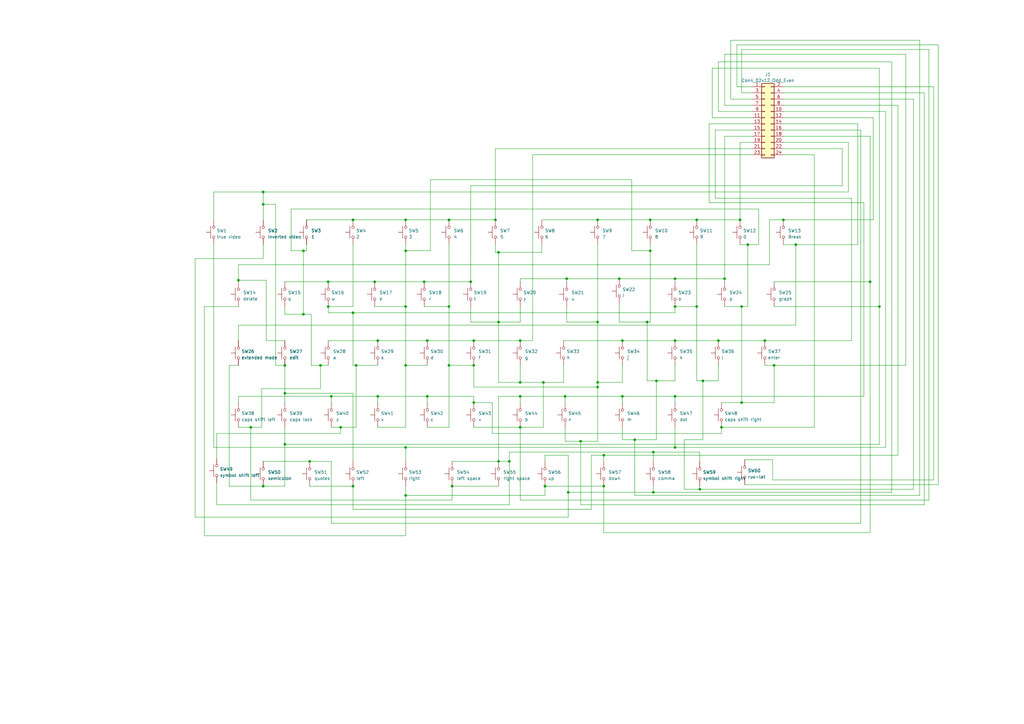
<source format=kicad_sch>
(kicad_sch (version 20230121) (generator eeschema)
  (paper "A3")
  (lib_symbols
    (symbol "Connector_Generic:Conn_02x12_Odd_Even" (pin_names (offset 1.016) hide)
      (property "Reference" "J" (at 1.27 15.24 0))
      (property "Value" "Conn_02x12_Odd_Even" (at 1.27 -17.78 0))
      (symbol "Conn_02x12_Odd_Even_1_1"
        (rectangle (start -1.27 -15.113) (end 0 -15.367) (stroke (width 0.1524)))
        (rectangle (start -1.27 -12.573) (end 0 -12.827) (stroke (width 0.1524)))
        (rectangle (start -1.27 -10.033) (end 0 -10.287) (stroke (width 0.1524)))
        (rectangle (start -1.27 -7.493) (end 0 -7.747) (stroke (width 0.1524)))
        (rectangle (start -1.27 -4.953) (end 0 -5.207) (stroke (width 0.1524)))
        (rectangle (start -1.27 -2.413) (end 0 -2.667) (stroke (width 0.1524)))
        (rectangle (start -1.27 0.127) (end 0 -0.127) (stroke (width 0.1524)))
        (rectangle (start -1.27 2.667) (end 0 2.413) (stroke (width 0.1524)))
        (rectangle (start -1.27 5.207) (end 0 4.953) (stroke (width 0.1524)))
        (rectangle (start -1.27 7.747) (end 0 7.493) (stroke (width 0.1524)))
        (rectangle (start -1.27 10.287) (end 0 10.033) (stroke (width 0.1524)))
        (rectangle (start -1.27 12.827) (end 0 12.573) (stroke (width 0.1524)))
        (rectangle (start -1.27 13.97) (end 3.81 -16.51) (stroke (width 0.254)) (fill (type background)))
        (rectangle (start 3.81 -15.113) (end 2.54 -15.367) (stroke (width 0.1524)))
        (rectangle (start 3.81 -12.573) (end 2.54 -12.827) (stroke (width 0.1524)))
        (rectangle (start 3.81 -10.033) (end 2.54 -10.287) (stroke (width 0.1524)))
        (rectangle (start 3.81 -7.493) (end 2.54 -7.747) (stroke (width 0.1524)))
        (rectangle (start 3.81 -4.953) (end 2.54 -5.207) (stroke (width 0.1524)))
        (rectangle (start 3.81 -2.413) (end 2.54 -2.667) (stroke (width 0.1524)))
        (rectangle (start 3.81 0.127) (end 2.54 -0.127) (stroke (width 0.1524)))
        (rectangle (start 3.81 2.667) (end 2.54 2.413) (stroke (width 0.1524)))
        (rectangle (start 3.81 5.207) (end 2.54 4.953) (stroke (width 0.1524)))
        (rectangle (start 3.81 7.747) (end 2.54 7.493) (stroke (width 0.1524)))
        (rectangle (start 3.81 10.287) (end 2.54 10.033) (stroke (width 0.1524)))
        (rectangle (start 3.81 12.827) (end 2.54 12.573) (stroke (width 0.1524)))
        (pin passive line (at -5.08 12.7 0) (length 3.81) (name "Pin_1") (number "1"))
        (pin passive line (at 7.62 2.54 180) (length 3.81) (name "Pin_10") (number "10"))
        (pin passive line (at -5.08 0 0) (length 3.81) (name "Pin_11") (number "11"))
        (pin passive line (at 7.62 0 180) (length 3.81) (name "Pin_12") (number "12"))
        (pin passive line (at -5.08 -2.54 0) (length 3.81) (name "Pin_13") (number "13"))
        (pin passive line (at 7.62 -2.54 180) (length 3.81) (name "Pin_14") (number "14"))
        (pin passive line (at -5.08 -5.08 0) (length 3.81) (name "Pin_15") (number "15"))
        (pin passive line (at 7.62 -5.08 180) (length 3.81) (name "Pin_16") (number "16"))
        (pin passive line (at -5.08 -7.62 0) (length 3.81) (name "Pin_17") (number "17"))
        (pin passive line (at 7.62 -7.62 180) (length 3.81) (name "Pin_18") (number "18"))
        (pin passive line (at -5.08 -10.16 0) (length 3.81) (name "Pin_19") (number "19"))
        (pin passive line (at 7.62 12.7 180) (length 3.81) (name "Pin_2") (number "2"))
        (pin passive line (at 7.62 -10.16 180) (length 3.81) (name "Pin_20") (number "20"))
        (pin passive line (at -5.08 -12.7 0) (length 3.81) (name "Pin_21") (number "21"))
        (pin passive line (at 7.62 -12.7 180) (length 3.81) (name "Pin_22") (number "22"))
        (pin passive line (at -5.08 -15.24 0) (length 3.81) (name "Pin_23") (number "23"))
        (pin passive line (at 7.62 -15.24 180) (length 3.81) (name "Pin_24") (number "24"))
        (pin passive line (at -5.08 10.16 0) (length 3.81) (name "Pin_3") (number "3"))
        (pin passive line (at 7.62 10.16 180) (length 3.81) (name "Pin_4") (number "4"))
        (pin passive line (at -5.08 7.62 0) (length 3.81) (name "Pin_5") (number "5"))
        (pin passive line (at 7.62 7.62 180) (length 3.81) (name "Pin_6") (number "6"))
        (pin passive line (at -5.08 5.08 0) (length 3.81) (name "Pin_7") (number "7"))
        (pin passive line (at 7.62 5.08 180) (length 3.81) (name "Pin_8") (number "8"))
        (pin passive line (at -5.08 2.54 0) (length 3.81) (name "Pin_9") (number "9"))
      )
    )
    (symbol "Switch:SW_Push" (pin_numbers hide) (pin_names (offset 1.016) hide)
      (property "Reference" "SW" (at 1.27 2.54 0))
      (property "Value" "SW_Push" (at 0 -1.524 0))
      (symbol "SW_Push_0_1"
        (circle (center -2.032 0) (radius 0.508))
        (polyline (pts (xy 0 1.27) (xy 0 3.048)))
        (polyline (pts (xy 2.54 1.27) (xy -2.54 1.27)))
        (circle (center 2.032 0) (radius 0.508))
        (pin passive line (at -5.08 0 0) (length 2.54) (name "1") (number "1"))
        (pin passive line (at 5.08 0 180) (length 2.54) (name "2") (number "2"))
      )
    )
  )
  (junction (at 175.26 162.56))
  (junction (at 285.75 125.73))
  (junction (at 276.86 114.3))
  (junction (at 260.35 180.34))
  (junction (at 153.67 115.57))
  (junction (at 124.46 128.905))
  (junction (at 166.37 183.515))
  (junction (at 203.2 90.17))
  (junction (at 267.97 201.93))
  (junction (at 146.05 149.86))
  (junction (at 204.47 103.505))
  (junction (at 276.86 183.515))
  (junction (at 245.11 158.75))
  (junction (at 255.27 162.56))
  (junction (at 134.62 115.57))
  (junction (at 213.36 162.56))
  (junction (at 173.99 115.57))
  (junction (at 288.29 156.21))
  (junction (at 306.705 100.33))
  (junction (at 184.15 149.86))
  (junction (at 204.47 132.08))
  (junction (at 269.24 156.21))
  (junction (at 304.165 125.73))
  (junction (at 204.47 189.23))
  (junction (at 184.15 125.73))
  (junction (at 127 189.23))
  (junction (at 360.68 125.73))
  (junction (at 245.11 156.845))
  (junction (at 116.84 149.86))
  (junction (at 222.885 156.845))
  (junction (at 276.86 139.7))
  (junction (at 321.31 90.17))
  (junction (at 194.31 139.7))
  (junction (at 166.37 149.86))
  (junction (at 166.37 90.17))
  (junction (at 247.65 186.69))
  (junction (at 317.5 149.86))
  (junction (at 213.36 139.7))
  (junction (at 233.045 201.93))
  (junction (at 175.26 139.7))
  (junction (at 208.915 189.23))
  (junction (at 166.37 102.87))
  (junction (at 295.91 175.26))
  (junction (at 303.53 90.17))
  (junction (at 255.27 139.7))
  (junction (at 231.775 162.56))
  (junction (at 213.36 175.26))
  (junction (at 245.11 132.08))
  (junction (at 102.87 175.26))
  (junction (at 107.95 83.82))
  (junction (at 276.86 162.56))
  (junction (at 131.445 149.86))
  (junction (at 313.69 139.7))
  (junction (at 144.78 128.27))
  (junction (at 304.165 165.1))
  (junction (at 297.18 114.3))
  (junction (at 238.125 180.975))
  (junction (at 116.84 182.245))
  (junction (at 267.97 185.42))
  (junction (at 97.79 114.935))
  (junction (at 287.02 200.66))
  (junction (at 265.43 132.08))
  (junction (at 194.31 165.1))
  (junction (at 232.41 114.3))
  (junction (at 107.95 199.39))
  (junction (at 144.78 90.17))
  (junction (at 254 114.3))
  (junction (at 276.86 125.73))
  (junction (at 154.94 162.56))
  (junction (at 166.37 203.2))
  (junction (at 194.31 149.86))
  (junction (at 107.95 78.74))
  (junction (at 135.89 162.56))
  (junction (at 193.04 115.57))
  (junction (at 223.52 199.39))
  (junction (at 166.37 125.73))
  (junction (at 245.11 90.17))
  (junction (at 326.39 100.33))
  (junction (at 124.46 102.87))
  (junction (at 144.78 199.39))
  (junction (at 294.64 139.7))
  (junction (at 184.15 90.17))
  (junction (at 285.75 90.17))
  (junction (at 154.94 139.7))
  (junction (at 266.7 90.17))
  (junction (at 247.65 199.39))
  (junction (at 134.62 125.73))
  (junction (at 139.7 175.26))
  (junction (at 116.84 161.29))
  (junction (at 266.7 102.87))
  (junction (at 356.87 115.57))
  (junction (at 185.42 199.39))
  (junction (at 213.36 156.845))
  (wire (pts (xy 109.22 139.7) (xy 109.22 114.935)))
  (wire (pts (xy 374.65 40.64) (xy 374.65 200.66)))
  (wire (pts (xy 356.87 218.44) (xy 247.65 218.44)))
  (wire (pts (xy 113.03 83.82) (xy 113.03 149.86)))
  (wire (pts (xy 154.94 139.7) (xy 175.26 139.7)))
  (wire (pts (xy 134.62 139.7) (xy 154.94 139.7)))
  (wire (pts (xy 127.635 128.905) (xy 127.635 149.86)))
  (wire (pts (xy 360.68 125.73) (xy 317.5 125.73)))
  (wire (pts (xy 194.31 162.56) (xy 194.31 165.1)))
  (wire (pts (xy 208.915 185.42) (xy 267.97 185.42)))
  (wire (pts (xy 154.94 149.86) (xy 146.05 149.86)))
  (wire (pts (xy 381 205.105) (xy 213.36 205.105)))
  (wire (pts (xy 351.79 100.33) (xy 326.39 100.33)))
  (wire (pts (xy 139.7 175.26) (xy 146.05 175.26)))
  (wire (pts (xy 334.01 63.5) (xy 334.01 175.26)))
  (wire (pts (xy 379.095 38.1) (xy 379.095 207.01)))
  (wire (pts (xy 166.37 149.86) (xy 166.37 125.73)))
  (wire (pts (xy 297.18 55.88) (xy 297.18 114.3)))
  (wire (pts (xy 382.905 196.85) (xy 382.905 35.56)))
  (wire (pts (xy 135.89 162.56) (xy 135.89 165.1)))
  (wire (pts (xy 173.99 115.57) (xy 193.04 115.57)))
  (wire (pts (xy 88.9 198.12) (xy 88.9 207.01)))
  (wire (pts (xy 326.39 133.35) (xy 97.79 133.35)))
  (wire (pts (xy 260.35 203.2) (xy 260.35 180.34)))
  (wire (pts (xy 295.91 175.26) (xy 295.91 177.8)))
  (wire (pts (xy 334.01 175.26) (xy 295.91 175.26)))
  (wire (pts (xy 107.95 83.82) (xy 107.95 90.17)))
  (wire (pts (xy 166.37 203.2) (xy 223.52 203.2)))
  (wire (pts (xy 97.79 114.935) (xy 97.79 115.57)))
  (wire (pts (xy 384.81 18.415) (xy 384.81 198.755)))
  (wire (pts (xy 287.02 185.42) (xy 287.02 189.23)))
  (wire (pts (xy 166.37 219.71) (xy 166.37 203.2)))
  (wire (pts (xy 255.27 139.7) (xy 276.86 139.7)))
  (wire (pts (xy 184.15 100.33) (xy 184.15 125.73)))
  (wire (pts (xy 119.38 102.87) (xy 124.46 102.87)))
  (wire (pts (xy 247.65 186.69) (xy 247.65 189.23)))
  (wire (pts (xy 201.93 165.1) (xy 194.31 165.1)))
  (wire (pts (xy 116.84 128.905) (xy 124.46 128.905)))
  (wire (pts (xy 308.61 35.56) (xy 302.26 35.56)))
  (wire (pts (xy 193.04 76.2) (xy 193.04 115.57)))
  (wire (pts (xy 308.61 48.26) (xy 292.1 48.26)))
  (wire (pts (xy 294.64 45.72) (xy 294.64 25.4)))
  (wire (pts (xy 316.865 196.85) (xy 382.905 196.85)))
  (wire (pts (xy 315.595 90.17) (xy 315.595 108.585)))
  (wire (pts (xy 358.14 48.26) (xy 358.14 90.17)))
  (wire (pts (xy 222.25 90.17) (xy 245.11 90.17)))
  (wire (pts (xy 144.78 90.17) (xy 166.37 90.17)))
  (wire (pts (xy 345.44 60.96) (xy 321.31 60.96)))
  (wire (pts (xy 321.31 55.88) (xy 356.87 55.88)))
  (wire (pts (xy 231.14 139.7) (xy 255.27 139.7)))
  (wire (pts (xy 113.03 149.86) (xy 116.84 149.86)))
  (wire (pts (xy 321.31 50.8) (xy 351.79 50.8)))
  (wire (pts (xy 232.41 114.3) (xy 254 114.3)))
  (wire (pts (xy 124.46 128.905) (xy 127.635 128.905)))
  (wire (pts (xy 166.37 100.33) (xy 166.37 102.87)))
  (wire (pts (xy 204.47 162.56) (xy 204.47 189.23)))
  (wire (pts (xy 317.5 165.1) (xy 317.5 149.86)))
  (wire (pts (xy 294.64 149.86) (xy 294.64 156.21)))
  (wire (pts (xy 135.89 175.26) (xy 139.7 175.26)))
  (wire (pts (xy 260.35 180.34) (xy 269.24 180.34)))
  (wire (pts (xy 213.36 175.26) (xy 222.885 175.26)))
  (wire (pts (xy 238.125 180.975) (xy 231.775 180.975)))
  (wire (pts (xy 321.31 90.17) (xy 315.595 90.17)))
  (wire (pts (xy 135.89 214.63) (xy 135.89 189.23)))
  (wire (pts (xy 102.87 175.26) (xy 102.87 205.105)))
  (wire (pts (xy 360.68 182.245) (xy 116.84 182.245)))
  (wire (pts (xy 166.37 102.87) (xy 176.53 102.87)))
  (wire (pts (xy 222.885 156.845) (xy 231.14 156.845)))
  (wire (pts (xy 154.94 162.56) (xy 175.26 162.56)))
  (wire (pts (xy 231.14 156.845) (xy 231.14 149.86)))
  (wire (pts (xy 218.44 63.5) (xy 218.44 139.7)))
  (wire (pts (xy 377.19 16.51) (xy 377.19 203.2)))
  (wire (pts (xy 308.61 53.34) (xy 293.37 53.34)))
  (wire (pts (xy 292.1 27.94) (xy 360.68 27.94)))
  (wire (pts (xy 311.15 85.725) (xy 119.38 85.725)))
  (wire (pts (xy 107.95 199.39) (xy 93.98 199.39)))
  (wire (pts (xy 356.87 115.57) (xy 356.87 218.44)))
  (wire (pts (xy 184.15 90.17) (xy 203.2 90.17)))
  (wire (pts (xy 218.44 139.7) (xy 213.36 139.7)))
  (wire (pts (xy 175.26 162.56) (xy 175.26 165.1)))
  (wire (pts (xy 124.46 102.87) (xy 124.46 128.905)))
  (wire (pts (xy 351.79 50.8) (xy 351.79 100.33)))
  (wire (pts (xy 245.11 180.975) (xy 245.11 158.75)))
  (wire (pts (xy 204.47 132.08) (xy 213.36 132.08)))
  (wire (pts (xy 116.84 161.29) (xy 144.78 161.29)))
  (wire (pts (xy 259.08 73.66) (xy 259.08 102.87)))
  (wire (pts (xy 245.11 156.845) (xy 255.27 156.845)))
  (wire (pts (xy 360.68 27.94) (xy 360.68 125.73)))
  (wire (pts (xy 166.37 125.73) (xy 153.67 125.73)))
  (wire (pts (xy 116.84 149.86) (xy 116.84 161.29)))
  (wire (pts (xy 267.97 201.93) (xy 267.97 199.39)))
  (wire (pts (xy 297.18 22.225) (xy 371.475 22.225)))
  (wire (pts (xy 254 114.3) (xy 276.86 114.3)))
  (wire (pts (xy 166.37 199.39) (xy 166.37 203.2)))
  (wire (pts (xy 379.095 207.01) (xy 238.125 207.01)))
  (wire (pts (xy 285.75 90.17) (xy 303.53 90.17)))
  (wire (pts (xy 245.11 90.17) (xy 266.7 90.17)))
  (wire (pts (xy 326.39 100.33) (xy 326.39 133.35)))
  (wire (pts (xy 276.86 114.3) (xy 297.18 114.3)))
  (wire (pts (xy 363.22 183.515) (xy 276.86 183.515)))
  (wire (pts (xy 321.31 53.34) (xy 353.06 53.34)))
  (wire (pts (xy 245.11 158.75) (xy 194.31 158.75)))
  (wire (pts (xy 204.47 103.505) (xy 222.25 103.505)))
  (wire (pts (xy 315.595 108.585) (xy 97.79 108.585)))
  (wire (pts (xy 321.31 40.64) (xy 374.65 40.64)))
  (wire (pts (xy 382.905 35.56) (xy 321.31 35.56)))
  (wire (pts (xy 127.635 149.86) (xy 131.445 149.86)))
  (wire (pts (xy 124.46 102.87) (xy 125.73 102.87)))
  (wire (pts (xy 280.67 200.66) (xy 280.67 180.34)))
  (wire (pts (xy 203.2 103.505) (xy 203.2 100.33)))
  (wire (pts (xy 166.37 183.515) (xy 87.63 183.515)))
  (wire (pts (xy 184.15 175.26) (xy 184.15 149.86)))
  (wire (pts (xy 107.95 83.82) (xy 113.03 83.82)))
  (wire (pts (xy 144.78 100.33) (xy 144.78 125.73)))
  (wire (pts (xy 295.91 165.1) (xy 304.165 165.1)))
  (wire (pts (xy 304.165 20.32) (xy 381 20.32)))
  (wire (pts (xy 83.82 125.73) (xy 83.82 219.71)))
  (wire (pts (xy 166.37 90.17) (xy 184.15 90.17)))
  (wire (pts (xy 223.52 186.69) (xy 233.045 186.69)))
  (wire (pts (xy 87.63 78.74) (xy 87.63 90.17)))
  (wire (pts (xy 134.62 115.57) (xy 153.67 115.57)))
  (wire (pts (xy 213.36 162.56) (xy 204.47 162.56)))
  (wire (pts (xy 358.14 90.17) (xy 321.31 90.17)))
  (wire (pts (xy 242.57 208.915) (xy 144.78 208.915)))
  (wire (pts (xy 371.475 22.225) (xy 371.475 149.86)))
  (wire (pts (xy 109.22 114.935) (xy 97.79 114.935)))
  (wire (pts (xy 316.865 188.595) (xy 316.865 196.85)))
  (wire (pts (xy 276.86 156.21) (xy 276.86 149.86)))
  (wire (pts (xy 276.86 125.73) (xy 276.86 128.27)))
  (wire (pts (xy 107.95 78.74) (xy 87.63 78.74)))
  (wire (pts (xy 232.41 115.57) (xy 232.41 114.3)))
  (wire (pts (xy 266.7 100.33) (xy 266.7 102.87)))
  (wire (pts (xy 173.99 115.57) (xy 153.67 115.57)))
  (wire (pts (xy 204.47 103.505) (xy 204.47 132.08)))
  (wire (pts (xy 345.44 60.96) (xy 345.44 76.2)))
  (wire (pts (xy 88.9 177.8) (xy 88.9 187.96)))
  (wire (pts (xy 276.86 162.56) (xy 276.86 165.1)))
  (wire (pts (xy 266.7 90.17) (xy 285.75 90.17)))
  (wire (pts (xy 374.65 200.66) (xy 287.02 200.66)))
  (wire (pts (xy 365.76 201.93) (xy 267.97 201.93)))
  (wire (pts (xy 154.94 175.26) (xy 166.37 175.26)))
  (wire (pts (xy 125.73 102.87) (xy 125.73 100.33)))
  (wire (pts (xy 311.15 100.33) (xy 311.15 85.725)))
  (wire (pts (xy 308.61 38.1) (xy 304.165 38.1)))
  (wire (pts (xy 267.97 185.42) (xy 267.97 189.23)))
  (wire (pts (xy 185.42 205.105) (xy 185.42 199.39)))
  (wire (pts (xy 288.29 180.34) (xy 288.29 156.21)))
  (wire (pts (xy 356.87 55.88) (xy 356.87 115.57)))
  (wire (pts (xy 107.315 159.385) (xy 131.445 159.385)))
  (wire (pts (xy 269.24 156.21) (xy 276.86 156.21)))
  (wire (pts (xy 303.53 100.33) (xy 306.705 100.33)))
  (wire (pts (xy 97.79 165.1) (xy 97.79 162.56)))
  (wire (pts (xy 356.87 115.57) (xy 317.5 115.57)))
  (wire (pts (xy 321.31 58.42) (xy 347.98 58.42)))
  (wire (pts (xy 175.26 162.56) (xy 194.31 162.56)))
  (wire (pts (xy 208.915 189.23) (xy 208.915 185.42)))
  (wire (pts (xy 321.31 63.5) (xy 334.01 63.5)))
  (wire (pts (xy 304.165 165.1) (xy 317.5 165.1)))
  (wire (pts (xy 276.86 125.73) (xy 285.75 125.73)))
  (wire (pts (xy 144.78 161.29) (xy 144.78 189.23)))
  (wire (pts (xy 204.47 132.08) (xy 193.04 132.08)))
  (wire (pts (xy 306.705 125.73) (xy 304.165 125.73)))
  (wire (pts (xy 321.31 38.1) (xy 379.095 38.1)))
  (wire (pts (xy 306.705 100.33) (xy 311.15 100.33)))
  (wire (pts (xy 245.11 156.845) (xy 245.11 132.08)))
  (wire (pts (xy 233.045 201.93) (xy 267.97 201.93)))
  (wire (pts (xy 245.11 132.08) (xy 232.41 132.08)))
  (wire (pts (xy 276.86 115.57) (xy 276.86 114.3)))
  (wire (pts (xy 213.36 156.845) (xy 204.47 156.845)))
  (wire (pts (xy 360.68 125.73) (xy 360.68 182.245)))
  (wire (pts (xy 290.83 50.8) (xy 290.83 83.185)))
  (wire (pts (xy 371.475 149.86) (xy 317.5 149.86)))
  (wire (pts (xy 166.37 183.515) (xy 166.37 189.23)))
  (wire (pts (xy 299.72 16.51) (xy 377.19 16.51)))
  (wire (pts (xy 265.43 132.08) (xy 265.43 156.21)))
  (wire (pts (xy 294.64 25.4) (xy 365.76 25.4)))
  (wire (pts (xy 176.53 102.87) (xy 176.53 73.66)))
  (wire (pts (xy 193.04 132.08) (xy 193.04 125.73)))
  (wire (pts (xy 290.83 83.185) (xy 354.33 83.185)))
  (wire (pts (xy 269.24 180.34) (xy 269.24 156.21)))
  (wire (pts (xy 208.915 189.23) (xy 204.47 189.23)))
  (wire (pts (xy 238.125 207.01) (xy 238.125 180.975)))
  (wire (pts (xy 116.84 161.29) (xy 116.84 165.1)))
  (wire (pts (xy 297.18 43.18) (xy 297.18 22.225)))
  (wire (pts (xy 97.79 108.585) (xy 97.79 114.935)))
  (wire (pts (xy 247.65 186.69) (xy 242.57 186.69)))
  (wire (pts (xy 213.36 156.845) (xy 222.885 156.845)))
  (wire (pts (xy 285.75 100.33) (xy 285.75 125.73)))
  (wire (pts (xy 302.26 35.56) (xy 302.26 18.415)))
  (wire (pts (xy 265.43 156.21) (xy 269.24 156.21)))
  (wire (pts (xy 303.53 58.42) (xy 303.53 90.17)))
  (wire (pts (xy 354.33 83.185) (xy 354.33 162.56)))
  (wire (pts (xy 93.98 149.86) (xy 97.79 149.86)))
  (wire (pts (xy 238.125 180.975) (xy 245.11 180.975)))
  (wire (pts (xy 213.36 114.3) (xy 232.41 114.3)))
  (wire (pts (xy 80.01 212.09) (xy 80.01 106.045)))
  (wire (pts (xy 255.27 162.56) (xy 255.27 165.1)))
  (wire (pts (xy 353.06 214.63) (xy 135.89 214.63)))
  (wire (pts (xy 134.62 125.73) (xy 134.62 128.27)))
  (wire (pts (xy 288.29 156.21) (xy 285.75 156.21)))
  (wire (pts (xy 184.15 125.73) (xy 173.99 125.73)))
  (wire (pts (xy 308.61 43.18) (xy 297.18 43.18)))
  (wire (pts (xy 299.72 40.64) (xy 299.72 16.51)))
  (wire (pts (xy 377.19 203.2) (xy 260.35 203.2)))
  (wire (pts (xy 131.445 149.86) (xy 134.62 149.86)))
  (wire (pts (xy 354.33 162.56) (xy 276.86 162.56)))
  (wire (pts (xy 144.78 149.86) (xy 144.78 128.27)))
  (wire (pts (xy 245.11 100.33) (xy 245.11 132.08)))
  (wire (pts (xy 308.61 40.64) (xy 299.72 40.64)))
  (wire (pts (xy 276.86 183.515) (xy 166.37 183.515)))
  (wire (pts (xy 194.31 175.26) (xy 213.36 175.26)))
  (wire (pts (xy 107.315 175.26) (xy 107.315 159.385)))
  (wire (pts (xy 97.79 175.26) (xy 102.87 175.26)))
  (wire (pts (xy 259.08 102.87) (xy 266.7 102.87)))
  (wire (pts (xy 245.11 158.75) (xy 245.11 156.845)))
  (wire (pts (xy 88.9 207.01) (xy 208.915 207.01)))
  (wire (pts (xy 276.86 183.515) (xy 276.86 175.26)))
  (wire (pts (xy 304.165 125.73) (xy 304.165 165.1)))
  (wire (pts (xy 255.27 156.845) (xy 255.27 149.86)))
  (wire (pts (xy 175.26 139.7) (xy 194.31 139.7)))
  (wire (pts (xy 144.78 128.27) (xy 134.62 128.27)))
  (wire (pts (xy 139.7 177.8) (xy 88.9 177.8)))
  (wire (pts (xy 302.26 18.415) (xy 384.81 18.415)))
  (wire (pts (xy 266.7 132.08) (xy 265.43 132.08)))
  (wire (pts (xy 154.94 162.56) (xy 154.94 165.1)))
  (wire (pts (xy 308.61 45.72) (xy 294.64 45.72)))
  (wire (pts (xy 83.82 219.71) (xy 166.37 219.71)))
  (wire (pts (xy 285.75 156.21) (xy 285.75 125.73)))
  (wire (pts (xy 139.7 175.26) (xy 139.7 177.8)))
  (wire (pts (xy 297.18 114.3) (xy 297.18 115.57)))
  (wire (pts (xy 135.89 162.56) (xy 154.94 162.56)))
  (wire (pts (xy 222.25 103.505) (xy 222.25 100.33)))
  (wire (pts (xy 255.27 180.34) (xy 255.27 175.26)))
  (wire (pts (xy 363.22 45.72) (xy 363.22 183.515)))
  (wire (pts (xy 353.06 53.34) (xy 353.06 214.63)))
  (wire (pts (xy 116.84 182.245) (xy 116.84 175.26)))
  (wire (pts (xy 347.98 78.74) (xy 107.95 78.74)))
  (wire (pts (xy 119.38 85.725) (xy 119.38 102.87)))
  (wire (pts (xy 293.37 53.34) (xy 293.37 81.28)))
  (wire (pts (xy 144.78 199.39) (xy 144.78 208.915)))
  (wire (pts (xy 135.89 189.23) (xy 127 189.23)))
  (wire (pts (xy 116.84 182.245) (xy 116.84 199.39)))
  (wire (pts (xy 308.61 50.8) (xy 290.83 50.8)))
  (wire (pts (xy 97.79 133.35) (xy 97.79 139.7)))
  (wire (pts (xy 276.86 139.7) (xy 294.64 139.7)))
  (wire (pts (xy 213.36 115.57) (xy 213.36 114.3)))
  (wire (pts (xy 204.47 103.505) (xy 203.2 103.505)))
  (wire (pts (xy 97.79 162.56) (xy 135.89 162.56)))
  (wire (pts (xy 231.775 180.975) (xy 231.775 175.26)))
  (wire (pts (xy 213.36 165.1) (xy 213.36 162.56)))
  (wire (pts (xy 97.79 125.73) (xy 83.82 125.73)))
  (wire (pts (xy 349.25 139.7) (xy 313.69 139.7)))
  (wire (pts (xy 176.53 73.66) (xy 259.08 73.66)))
  (wire (pts (xy 232.41 132.08) (xy 232.41 125.73)))
  (wire (pts (xy 102.87 205.105) (xy 185.42 205.105)))
  (wire (pts (xy 194.31 139.7) (xy 213.36 139.7)))
  (wire (pts (xy 254 124.46) (xy 254 132.08)))
  (wire (pts (xy 204.47 156.845) (xy 204.47 132.08)))
  (wire (pts (xy 287.02 199.39) (xy 287.02 200.66)))
  (wire (pts (xy 288.29 156.21) (xy 294.64 156.21)))
  (wire (pts (xy 347.98 58.42) (xy 347.98 78.74)))
  (wire (pts (xy 127 199.39) (xy 144.78 199.39)))
  (wire (pts (xy 107.95 78.74) (xy 107.95 83.82)))
  (wire (pts (xy 313.69 149.86) (xy 317.5 149.86)))
  (wire (pts (xy 116.84 139.7) (xy 109.22 139.7)))
  (wire (pts (xy 194.31 158.75) (xy 194.31 149.86)))
  (wire (pts (xy 203.2 60.96) (xy 203.2 90.17)))
  (wire (pts (xy 365.76 25.4) (xy 365.76 201.93)))
  (wire (pts (xy 80.01 106.045) (xy 107.95 106.045)))
  (wire (pts (xy 321.31 45.72) (xy 363.22 45.72)))
  (wire (pts (xy 144.78 125.73) (xy 134.62 125.73)))
  (wire (pts (xy 297.18 125.73) (xy 304.165 125.73)))
  (wire (pts (xy 308.61 63.5) (xy 218.44 63.5)))
  (wire (pts (xy 381 20.32) (xy 381 205.105)))
  (wire (pts (xy 107.95 100.33) (xy 107.95 106.045)))
  (wire (pts (xy 222.885 175.26) (xy 222.885 156.845)))
  (wire (pts (xy 231.775 162.56) (xy 255.27 162.56)))
  (wire (pts (xy 293.37 81.28) (xy 349.25 81.28)))
  (wire (pts (xy 166.37 175.26) (xy 166.37 149.86)))
  (wire (pts (xy 87.63 183.515) (xy 87.63 100.33)))
  (wire (pts (xy 254 132.08) (xy 265.43 132.08)))
  (wire (pts (xy 146.05 149.86) (xy 144.78 149.86)))
  (wire (pts (xy 213.36 132.08) (xy 213.36 125.73)))
  (wire (pts (xy 308.61 55.88) (xy 297.18 55.88)))
  (wire (pts (xy 208.915 207.01) (xy 208.915 189.23)))
  (wire (pts (xy 116.84 125.73) (xy 116.84 128.905)))
  (wire (pts (xy 308.61 58.42) (xy 303.53 58.42)))
  (wire (pts (xy 233.045 201.93) (xy 233.045 212.09)))
  (wire (pts (xy 368.3 186.69) (xy 247.65 186.69)))
  (wire (pts (xy 345.44 76.2) (xy 193.04 76.2)))
  (wire (pts (xy 233.045 186.69) (xy 233.045 201.93)))
  (wire (pts (xy 107.95 199.39) (xy 116.84 199.39)))
  (wire (pts (xy 175.26 149.86) (xy 166.37 149.86)))
  (wire (pts (xy 93.98 199.39) (xy 93.98 149.86)))
  (wire (pts (xy 146.05 175.26) (xy 146.05 149.86)))
  (wire (pts (xy 308.61 60.96) (xy 203.2 60.96)))
  (wire (pts (xy 292.1 48.26) (xy 292.1 27.94)))
  (wire (pts (xy 321.31 48.26) (xy 358.14 48.26)))
  (wire (pts (xy 260.35 180.34) (xy 255.27 180.34)))
  (wire (pts (xy 185.42 189.23) (xy 204.47 189.23)))
  (wire (pts (xy 223.52 203.2) (xy 223.52 199.39)))
  (wire (pts (xy 313.69 139.7) (xy 294.64 139.7)))
  (wire (pts (xy 326.39 100.33) (xy 321.31 100.33)))
  (wire (pts (xy 213.36 175.26) (xy 213.36 205.105)))
  (wire (pts (xy 349.25 81.28) (xy 349.25 139.7)))
  (wire (pts (xy 223.52 199.39) (xy 247.65 199.39)))
  (wire (pts (xy 201.93 177.8) (xy 201.93 165.1)))
  (wire (pts (xy 267.97 185.42) (xy 287.02 185.42)))
  (wire (pts (xy 102.87 175.26) (xy 107.315 175.26)))
  (wire (pts (xy 305.435 188.595) (xy 316.865 188.595)))
  (wire (pts (xy 131.445 159.385) (xy 131.445 149.86)))
  (wire (pts (xy 295.91 177.8) (xy 201.93 177.8)))
  (wire (pts (xy 175.26 175.26) (xy 184.15 175.26)))
  (wire (pts (xy 247.65 218.44) (xy 247.65 199.39)))
  (wire (pts (xy 213.36 162.56) (xy 231.775 162.56)))
  (wire (pts (xy 266.7 102.87) (xy 266.7 132.08)))
  (wire (pts (xy 287.02 200.66) (xy 280.67 200.66)))
  (wire (pts (xy 116.84 115.57) (xy 134.62 115.57)))
  (wire (pts (xy 304.165 38.1) (xy 304.165 20.32)))
  (wire (pts (xy 166.37 102.87) (xy 166.37 125.73)))
  (wire (pts (xy 276.86 162.56) (xy 255.27 162.56)))
  (wire (pts (xy 368.3 43.18) (xy 368.3 186.69)))
  (wire (pts (xy 280.67 180.34) (xy 288.29 180.34)))
  (wire (pts (xy 321.31 43.18) (xy 368.3 43.18)))
  (wire (pts (xy 184.15 149.86) (xy 194.31 149.86)))
  (wire (pts (xy 305.435 198.755) (xy 384.81 198.755)))
  (wire (pts (xy 223.52 189.23) (xy 223.52 186.69)))
  (wire (pts (xy 306.705 100.33) (xy 306.705 125.73)))
  (wire (pts (xy 276.86 128.27) (xy 144.78 128.27)))
  (wire (pts (xy 213.36 149.86) (xy 213.36 156.845)))
  (wire (pts (xy 242.57 186.69) (xy 242.57 208.915)))
  (wire (pts (xy 233.045 212.09) (xy 80.01 212.09)))
  (wire (pts (xy 125.73 90.17) (xy 144.78 90.17)))
  (wire (pts (xy 231.775 165.1) (xy 231.775 162.56)))
  (wire (pts (xy 107.95 189.23) (xy 127 189.23)))
  (wire (pts (xy 185.42 199.39) (xy 204.47 199.39)))
  (wire (pts (xy 184.15 125.73) (xy 184.15 149.86)))
  (symbol (lib_id "Switch:SW_Push") (at 194.31 144.78 90) (unit 1)
    (property "Reference" "SW31" (at 196.215 144.145 90) (effects (justify right)))
    (property "Value" "f" (at 196.215 146.685 90) (effects (justify right)))
    (property "Footprint" "Button_Switch_THT:SW_PUSH_6mm" (effects hide))
  )
  (symbol (lib_id "Switch:SW_Push") (at 134.62 144.78 90) (unit 1)
    (property "Reference" "SW28" (at 136.525 144.145 90) (effects (justify right)))
    (property "Value" "a" (at 136.525 146.685 90) (effects (justify right)))
    (property "Footprint" "Button_Switch_THT:SW_PUSH_6mm" (effects hide))
  )
  (symbol (lib_id "Switch:SW_Push") (at 247.65 194.31 90) (unit 1)
    (property "Reference" "SW57" (at 249.555 193.675 90) (effects (justify right)))
    (property "Value" "down" (at 249.555 196.215 90) (effects (justify right)))
    (property "Footprint" "Button_Switch_THT:SW_PUSH_6mm" (effects hide))
  )
  (symbol (lib_id "Switch:SW_Push") (at 276.86 170.18 90) (unit 1)
    (property "Reference" "SW47" (at 278.765 169.545 90) (effects (justify right)))
    (property "Value" "dot" (at 278.765 172.085 90) (effects (justify right)))
    (property "Footprint" "Button_Switch_THT:SW_PUSH_6mm" (effects hide))
  )
  (symbol (lib_id "Switch:SW_Push") (at 267.97 194.31 90) (unit 1)
    (property "Reference" "SW58" (at 269.875 193.675 90) (effects (justify right)))
    (property "Value" "comma" (at 269.875 196.215 90) (effects (justify right)))
    (property "Footprint" "Button_Switch_THT:SW_PUSH_6mm" (effects hide))
  )
  (symbol (lib_id "Switch:SW_Push") (at 116.84 120.65 90) (unit 1)
    (property "Reference" "SW15" (at 118.11 120.015 90) (effects (justify right)))
    (property "Value" "q" (at 118.11 122.555 90) (effects (justify right)))
    (property "Footprint" "Button_Switch_THT:SW_PUSH_6mm" (effects hide))
  )
  (symbol (lib_id "Switch:SW_Push") (at 173.99 120.65 90) (unit 1)
    (property "Reference" "SW18" (at 175.895 120.015 90) (effects (justify right)))
    (property "Value" "r" (at 175.895 122.555 90) (effects (justify right)))
    (property "Footprint" "Button_Switch_THT:SW_PUSH_6mm" (effects hide))
  )
  (symbol (lib_id "Switch:SW_Push") (at 305.435 193.675 90) (unit 1)
    (property "Reference" "SW60" (at 306.705 193.04 90) (effects (justify right)))
    (property "Value" "rus-lat" (at 306.705 195.58 90) (effects (justify right)))
    (property "Footprint" "Button_Switch_THT:SW_PUSH_6mm" (effects hide))
  )
  (symbol (lib_id "Switch:SW_Push") (at 276.86 144.78 90) (unit 1)
    (property "Reference" "SW35" (at 278.765 144.145 90) (effects (justify right)))
    (property "Value" "k" (at 278.765 146.685 90) (effects (justify right)))
    (property "Footprint" "Button_Switch_THT:SW_PUSH_6mm" (effects hide))
  )
  (symbol (lib_id "Switch:SW_Push") (at 135.89 170.18 90) (unit 1)
    (property "Reference" "SW40" (at 137.795 169.545 90) (effects (justify right)))
    (property "Value" "z" (at 137.795 172.085 90) (effects (justify right)))
    (property "Footprint" "Button_Switch_THT:SW_PUSH_6mm" (effects hide))
  )
  (symbol (lib_id "Switch:SW_Push") (at 213.36 144.78 90) (unit 1)
    (property "Reference" "SW32" (at 215.265 144.145 90) (effects (justify right)))
    (property "Value" "g" (at 215.265 146.685 90) (effects (justify right)))
    (property "Footprint" "Button_Switch_THT:SW_PUSH_6mm" (effects hide))
  )
  (symbol (lib_id "Switch:SW_Push") (at 87.63 95.25 90) (unit 1)
    (property "Reference" "SW1" (at 88.9 94.615 90) (effects (justify right)))
    (property "Value" "true video" (at 88.9 97.155 90) (effects (justify right)))
    (property "Footprint" "Button_Switch_THT:SW_PUSH_6mm" (effects hide))
  )
  (symbol (lib_id "Switch:SW_Push") (at 97.79 170.18 90) (unit 1)
    (property "Reference" "SW38" (at 99.06 169.545 90) (effects (justify right)))
    (property "Value" "caps shift left" (at 99.06 172.085 90) (effects (justify right)))
    (property "Footprint" "Button_Switch_THT:SW_PUSH_6mm" (effects hide))
  )
  (symbol (lib_id "Switch:SW_Push") (at 204.47 194.31 90) (unit 1)
    (property "Reference" "SW55" (at 206.375 193.675 90) (effects (justify right)))
    (property "Value" "right space" (at 206.375 196.215 90) (effects (justify right)))
    (property "Footprint" "Button_Switch_THT:SW_PUSH_6mm" (effects hide))
  )
  (symbol (lib_id "Switch:SW_Push") (at 97.79 120.65 90) (unit 1)
    (property "Reference" "SW14" (at 99.695 120.015 90) (effects (justify right)))
    (property "Value" "delete" (at 99.695 122.555 90) (effects (justify right)))
    (property "Footprint" "Button_Switch_THT:SW_PUSH_6mm" (effects hide))
  )
  (symbol (lib_id "Switch:SW_Push") (at 255.27 170.18 90) (unit 1)
    (property "Reference" "SW46" (at 257.175 169.545 90) (effects (justify right)))
    (property "Value" "m" (at 257.175 172.085 90) (effects (justify right)))
    (property "Footprint" "Button_Switch_THT:SW_PUSH_6mm" (effects hide))
  )
  (symbol (lib_id "Switch:SW_Push") (at 193.04 120.65 90) (unit 1)
    (property "Reference" "SW19" (at 194.31 120.015 90) (effects (justify right)))
    (property "Value" "t" (at 194.31 122.555 90) (effects (justify right)))
    (property "Footprint" "Button_Switch_THT:SW_PUSH_6mm" (effects hide))
  )
  (symbol (lib_id "Switch:SW_Push") (at 144.78 194.31 90) (unit 1)
    (property "Reference" "SW52" (at 146.05 193.675 90) (effects (justify right)))
    (property "Value" "left" (at 146.05 196.215 90) (effects (justify right)))
    (property "Footprint" "Button_Switch_THT:SW_PUSH_6mm" (effects hide))
  )
  (symbol (lib_id "Switch:SW_Push") (at 185.42 194.31 90) (unit 1)
    (property "Reference" "SW54" (at 187.325 193.675 90) (effects (justify right)))
    (property "Value" "left space" (at 187.325 196.215 90) (effects (justify right)))
    (property "Footprint" "Button_Switch_THT:SW_PUSH_6mm" (effects hide))
  )
  (symbol (lib_id "Switch:SW_Push") (at 213.36 120.65 90) (unit 1)
    (property "Reference" "SW20" (at 214.63 120.015 90) (effects (justify right)))
    (property "Value" "y" (at 214.63 122.555 90) (effects (justify right)))
    (property "Footprint" "Button_Switch_THT:SW_PUSH_6mm" (effects hide))
  )
  (symbol (lib_id "Switch:SW_Push") (at 254 119.38 90) (unit 1)
    (property "Reference" "SW22" (at 255.27 118.745 90) (effects (justify right)))
    (property "Value" "i" (at 255.27 121.285 90) (effects (justify right)))
    (property "Footprint" "Button_Switch_THT:SW_PUSH_6mm" (effects hide))
  )
  (symbol (lib_id "Switch:SW_Push") (at 223.52 194.31 90) (unit 1)
    (property "Reference" "SW56" (at 224.79 193.675 90) (effects (justify right)))
    (property "Value" "up" (at 224.79 196.215 90) (effects (justify right)))
    (property "Footprint" "Button_Switch_THT:SW_PUSH_6mm" (effects hide))
  )
  (symbol (lib_id "Switch:SW_Push") (at 231.14 144.78 90) (unit 1)
    (property "Reference" "SW33" (at 232.41 144.145 90) (effects (justify right)))
    (property "Value" "h" (at 232.41 146.685 90) (effects (justify right)))
    (property "Footprint" "Button_Switch_THT:SW_PUSH_6mm" (effects hide))
  )
  (symbol (lib_id "Switch:SW_Push") (at 116.84 144.78 90) (unit 1)
    (property "Reference" "SW27" (at 118.745 144.145 90) (effects (justify right)))
    (property "Value" "edit" (at 118.745 146.685 90) (effects (justify right)))
    (property "Footprint" "Button_Switch_THT:SW_PUSH_6mm" (effects hide))
  )
  (symbol (lib_id "Switch:SW_Push") (at 154.94 144.78 90) (unit 1)
    (property "Reference" "SW29" (at 156.21 144.145 90) (effects (justify right)))
    (property "Value" "s" (at 156.21 146.685 90) (effects (justify right)))
    (property "Footprint" "Button_Switch_THT:SW_PUSH_6mm" (effects hide))
  )
  (symbol (lib_id "Switch:SW_Push") (at 313.69 144.78 90) (unit 1)
    (property "Reference" "SW37" (at 314.96 144.145 90) (effects (justify right)))
    (property "Value" "enter" (at 314.96 146.685 90) (effects (justify right)))
    (property "Footprint" "Button_Switch_THT:SW_PUSH_6mm" (effects hide))
  )
  (symbol (lib_id "Switch:SW_Push") (at 317.5 120.65 90) (unit 1)
    (property "Reference" "SW25" (at 319.405 120.015 90) (effects (justify right)))
    (property "Value" "graph" (at 319.405 122.555 90) (effects (justify right)))
    (property "Footprint" "Button_Switch_THT:SW_PUSH_6mm" (effects hide))
  )
  (symbol (lib_id "Switch:SW_Push") (at 222.25 95.25 90) (unit 1)
    (property "Reference" "SW8" (at 223.52 94.615 90) (effects (justify right)))
    (property "Value" "6" (at 223.52 97.155 90) (effects (justify right)))
    (property "Footprint" "Button_Switch_THT:SW_PUSH_6mm" (effects hide))
  )
  (symbol (lib_id "Switch:SW_Push") (at 107.95 194.31 90) (unit 1)
    (property "Reference" "SW50" (at 109.855 193.675 90) (effects (justify right)))
    (property "Value" "semicolon" (at 109.855 196.215 90) (effects (justify right)))
    (property "Footprint" "Button_Switch_THT:SW_PUSH_6mm" (effects hide))
  )
  (symbol (lib_id "Switch:SW_Push") (at 166.37 95.25 90) (unit 1)
    (property "Reference" "SW5" (at 167.64 94.615 90) (effects (justify right)))
    (property "Value" "3" (at 167.64 97.155 90) (effects (justify right)))
    (property "Footprint" "Button_Switch_THT:SW_PUSH_6mm" (effects hide))
  )
  (symbol (lib_id "Switch:SW_Push") (at 175.26 170.18 90) (unit 1)
    (property "Reference" "SW42" (at 176.53 169.545 90) (effects (justify right)))
    (property "Value" "c" (at 176.53 172.085 90) (effects (justify right)))
    (property "Footprint" "Button_Switch_THT:SW_PUSH_6mm" (effects hide))
  )
  (symbol (lib_id "Switch:SW_Push") (at 285.75 95.25 90) (unit 1)
    (property "Reference" "SW11" (at 287.02 94.615 90) (effects (justify right)))
    (property "Value" "9" (at 287.02 97.155 90) (effects (justify right)))
    (property "Footprint" "Button_Switch_THT:SW_PUSH_6mm" (effects hide))
  )
  (symbol (lib_id "Switch:SW_Push") (at 276.86 120.65 90) (unit 1)
    (property "Reference" "SW23" (at 278.13 120.015 90) (effects (justify right)))
    (property "Value" "o" (at 278.13 122.555 90) (effects (justify right)))
    (property "Footprint" "Button_Switch_THT:SW_PUSH_6mm" (effects hide))
  )
  (symbol (lib_id "Switch:SW_Push") (at 287.02 194.31 90) (unit 1)
    (property "Reference" "SW59" (at 288.29 193.675 90) (effects (justify right)))
    (property "Value" "symbol shift right" (at 288.29 196.215 90) (effects (justify right)))
    (property "Footprint" "Button_Switch_THT:SW_PUSH_6mm" (effects hide))
  )
  (symbol (lib_id "Switch:SW_Push") (at 97.79 144.78 90) (unit 1)
    (property "Reference" "SW26" (at 99.06 144.145 90) (effects (justify right)))
    (property "Value" "extended mode" (at 99.06 146.685 90) (effects (justify right)))
    (property "Footprint" "Button_Switch_THT:SW_PUSH_6mm" (effects hide))
  )
  (symbol (lib_id "Switch:SW_Push") (at 107.95 95.25 90) (unit 1)
    (property "Reference" "SW2" (at 109.855 94.615 90) (effects (justify right)))
    (property "Value" "inverted video" (at 109.855 97.155 90) (effects (justify right)))
    (property "Footprint" "Button_Switch_THT:SW_PUSH_6mm" (effects hide))
  )
  (symbol (lib_id "Switch:SW_Push") (at 134.62 120.65 90) (unit 1)
    (property "Reference" "SW16" (at 135.89 120.015 90) (effects (justify right)))
    (property "Value" "w" (at 135.89 122.555 90) (effects (justify right)))
    (property "Footprint" "Button_Switch_THT:SW_PUSH_6mm" (effects hide))
  )
  (symbol (lib_id "Switch:SW_Push") (at 232.41 120.65 90) (unit 1)
    (property "Reference" "SW21" (at 234.315 120.015 90) (effects (justify right)))
    (property "Value" "u" (at 234.315 122.555 90) (effects (justify right)))
    (property "Footprint" "Button_Switch_THT:SW_PUSH_6mm" (effects hide))
  )
  (symbol (lib_id "Switch:SW_Push") (at 153.67 120.65 90) (unit 1)
    (property "Reference" "SW17" (at 155.575 120.015 90) (effects (justify right)))
    (property "Value" "e" (at 155.575 122.555 90) (effects (justify right)))
    (property "Footprint" "Button_Switch_THT:SW_PUSH_6mm" (effects hide))
  )
  (symbol (lib_id "Switch:SW_Push") (at 194.31 170.18 90) (unit 1)
    (property "Reference" "SW43" (at 196.215 169.545 90) (effects (justify right)))
    (property "Value" "v" (at 196.215 172.085 90) (effects (justify right)))
    (property "Footprint" "Button_Switch_THT:SW_PUSH_6mm" (effects hide))
  )
  (symbol (lib_id "Switch:SW_Push") (at 297.18 120.65 90) (unit 1)
    (property "Reference" "SW24" (at 299.085 120.015 90) (effects (justify right)))
    (property "Value" "p" (at 299.085 122.555 90) (effects (justify right)))
    (property "Footprint" "Button_Switch_THT:SW_PUSH_6mm" (effects hide))
  )
  (symbol (lib_id "Switch:SW_Push") (at 203.2 95.25 90) (unit 1)
    (property "Reference" "SW7" (at 205.105 94.615 90) (effects (justify right)))
    (property "Value" "5" (at 205.105 97.155 90) (effects (justify right)))
    (property "Footprint" "Button_Switch_THT:SW_PUSH_6mm" (effects hide))
  )
  (symbol (lib_id "Switch:SW_Push") (at 125.73 95.25 90) (unit 1)
    (property "Reference" "SW3" (at 127.635 94.615 90) (effects (justify right)))
    (property "Value" "1" (at 127.635 97.155 90) (effects (justify right)))
    (property "Footprint" "Button_Switch_THT:SW_PUSH_6mm" (effects hide))
  )
  (symbol (lib_id "Connector_Generic:Conn_02x12_Odd_Even") (at 313.69 48.26 0) (unit 1)
    (property "Reference" "J1" (at 314.96 30.48 0))
    (property "Value" "Conn_02x12_Odd_Even" (at 314.96 33.02 0))
    (property "Footprint" "Connector_IDC:IDC-Header_2x12_P2.54mm_Vertical" (effects hide))
  )
  (symbol (lib_id "Switch:SW_Push") (at 116.84 170.18 90) (unit 1)
    (property "Reference" "SW39" (at 118.745 169.545 90) (effects (justify right)))
    (property "Value" "caps lock" (at 118.745 172.085 90) (effects (justify right)))
    (property "Footprint" "Button_Switch_THT:SW_PUSH_6mm" (effects hide))
  )
  (symbol (lib_id "Switch:SW_Push") (at 154.94 170.18 90) (unit 1)
    (property "Reference" "SW41" (at 156.21 169.545 90) (effects (justify right)))
    (property "Value" "x" (at 156.21 172.085 90) (effects (justify right)))
    (property "Footprint" "Button_Switch_THT:SW_PUSH_6mm" (effects hide))
  )
  (symbol (lib_id "Switch:SW_Push") (at 175.26 144.78 90) (unit 1)
    (property "Reference" "SW30" (at 176.53 144.145 90) (effects (justify right)))
    (property "Value" "d" (at 176.53 146.685 90) (effects (justify right)))
    (property "Footprint" "Button_Switch_THT:SW_PUSH_6mm" (effects hide))
  )
  (symbol (lib_id "Switch:SW_Push") (at 184.15 95.25 90) (unit 1)
    (property "Reference" "SW6" (at 186.055 94.615 90) (effects (justify right)))
    (property "Value" "4" (at 186.055 97.155 90) (effects (justify right)))
    (property "Footprint" "Button_Switch_THT:SW_PUSH_6mm" (effects hide))
  )
  (symbol (lib_id "Switch:SW_Push") (at 166.37 194.31 90) (unit 1)
    (property "Reference" "SW53" (at 167.64 193.675 90) (effects (justify right)))
    (property "Value" "right" (at 167.64 196.215 90) (effects (justify right)))
    (property "Footprint" "Button_Switch_THT:SW_PUSH_6mm" (effects hide))
  )
  (symbol (lib_id "Switch:SW_Push") (at 231.775 170.18 90) (unit 1)
    (property "Reference" "SW45" (at 233.045 169.545 90) (effects (justify right)))
    (property "Value" "n" (at 233.045 172.085 90) (effects (justify right)))
    (property "Footprint" "Button_Switch_THT:SW_PUSH_6mm" (effects hide))
  )
  (symbol (lib_id "Switch:SW_Push") (at 295.91 170.18 90) (unit 1)
    (property "Reference" "SW48" (at 297.18 169.545 90) (effects (justify right)))
    (property "Value" "caps shift right" (at 297.18 172.085 90) (effects (justify right)))
    (property "Footprint" "Button_Switch_THT:SW_PUSH_6mm" (effects hide))
  )
  (symbol (lib_id "Switch:SW_Push") (at 245.11 95.25 90) (unit 1)
    (property "Reference" "SW9" (at 247.015 94.615 90) (effects (justify right)))
    (property "Value" "7" (at 247.015 97.155 90) (effects (justify right)))
    (property "Footprint" "Button_Switch_THT:SW_PUSH_6mm" (effects hide))
  )
  (symbol (lib_id "Switch:SW_Push") (at 213.36 170.18 90) (unit 1)
    (property "Reference" "SW44" (at 215.265 169.545 90) (effects (justify right)))
    (property "Value" "b" (at 215.265 172.085 90) (effects (justify right)))
    (property "Footprint" "Button_Switch_THT:SW_PUSH_6mm" (effects hide))
  )
  (symbol (lib_id "Switch:SW_Push") (at 255.27 144.78 90) (unit 1)
    (property "Reference" "SW34" (at 257.175 144.145 90) (effects (justify right)))
    (property "Value" "j" (at 257.175 146.685 90) (effects (justify right)))
    (property "Footprint" "Button_Switch_THT:SW_PUSH_6mm" (effects hide))
  )
  (symbol (lib_id "Switch:SW_Push") (at 88.9 193.04 90) (unit 1)
    (property "Reference" "SW49" (at 90.17 192.405 90) (effects (justify right)))
    (property "Value" "symbol shift left" (at 90.17 194.945 90) (effects (justify right)))
    (property "Footprint" "Button_Switch_THT:SW_PUSH_6mm" (effects hide))
  )
  (symbol (lib_id "Switch:SW_Push") (at 303.53 95.25 90) (unit 1)
    (property "Reference" "SW12" (at 304.8 94.615 90) (effects (justify right)))
    (property "Value" "0" (at 304.8 97.155 90) (effects (justify right)))
    (property "Footprint" "Button_Switch_THT:SW_PUSH_6mm" (effects hide))
  )
  (symbol (lib_id "Switch:SW_Push") (at 144.78 95.25 90) (unit 1)
    (property "Reference" "SW4" (at 146.05 94.615 90) (effects (justify right)))
    (property "Value" "2" (at 146.05 97.155 90) (effects (justify right)))
    (property "Footprint" "Button_Switch_THT:SW_PUSH_6mm" (effects hide))
  )
  (symbol (lib_id "Switch:SW_Push") (at 127 194.31 90) (unit 1)
    (property "Reference" "SW51" (at 128.905 193.675 90) (effects (justify right)))
    (property "Value" "quotes" (at 128.905 196.215 90) (effects (justify right)))
    (property "Footprint" "Button_Switch_THT:SW_PUSH_6mm" (effects hide))
  )
  (symbol (lib_id "Switch:SW_Push") (at 266.7 95.25 90) (unit 1)
    (property "Reference" "SW10" (at 268.605 94.615 90) (effects (justify right)))
    (property "Value" "8" (at 268.605 97.155 90) (effects (justify right)))
    (property "Footprint" "Button_Switch_THT:SW_PUSH_6mm" (effects hide))
  )
  (symbol (lib_id "Switch:SW_Push") (at 321.31 95.25 90) (unit 1)
    (property "Reference" "SW13" (at 323.215 94.615 90) (effects (justify right)))
    (property "Value" "Break" (at 323.215 97.155 90) (effects (justify right)))
    (property "Footprint" "Button_Switch_THT:SW_PUSH_6mm" (effects hide))
  )
  (symbol (lib_id "Switch:SW_Push") (at 294.64 144.78 90) (unit 1)
    (property "Reference" "SW36" (at 295.91 144.145 90) (effects (justify right)))
    (property "Value" "l" (at 295.91 146.685 90) (effects (justify right)))
    (property "Footprint" "Button_Switch_THT:SW_PUSH_6mm" (effects hide))
  )
)
</source>
